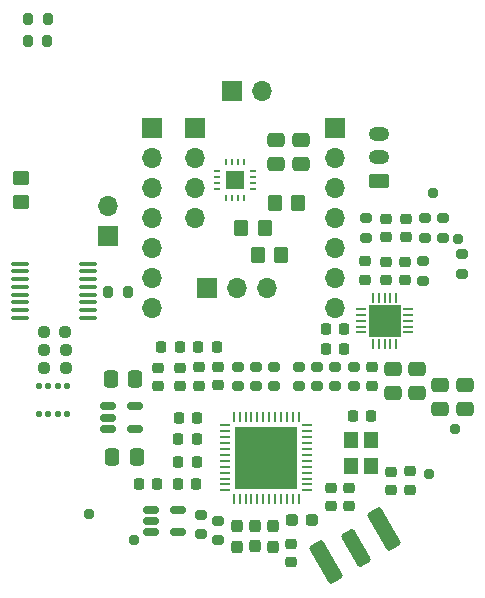
<source format=gbr>
%TF.GenerationSoftware,KiCad,Pcbnew,9.0.0*%
%TF.CreationDate,2025-06-04T20:21:36+02:00*%
%TF.ProjectId,SI4684,53493436-3834-42e6-9b69-6361645f7063,A*%
%TF.SameCoordinates,Original*%
%TF.FileFunction,Soldermask,Top*%
%TF.FilePolarity,Negative*%
%FSLAX46Y46*%
G04 Gerber Fmt 4.6, Leading zero omitted, Abs format (unit mm)*
G04 Created by KiCad (PCBNEW 9.0.0) date 2025-06-04 20:21:36*
%MOMM*%
%LPD*%
G01*
G04 APERTURE LIST*
G04 Aperture macros list*
%AMRoundRect*
0 Rectangle with rounded corners*
0 $1 Rounding radius*
0 $2 $3 $4 $5 $6 $7 $8 $9 X,Y pos of 4 corners*
0 Add a 4 corners polygon primitive as box body*
4,1,4,$2,$3,$4,$5,$6,$7,$8,$9,$2,$3,0*
0 Add four circle primitives for the rounded corners*
1,1,$1+$1,$2,$3*
1,1,$1+$1,$4,$5*
1,1,$1+$1,$6,$7*
1,1,$1+$1,$8,$9*
0 Add four rect primitives between the rounded corners*
20,1,$1+$1,$2,$3,$4,$5,0*
20,1,$1+$1,$4,$5,$6,$7,0*
20,1,$1+$1,$6,$7,$8,$9,0*
20,1,$1+$1,$8,$9,$2,$3,0*%
G04 Aperture macros list end*
%ADD10RoundRect,0.237500X-0.250000X-0.237500X0.250000X-0.237500X0.250000X0.237500X-0.250000X0.237500X0*%
%ADD11RoundRect,0.125000X-0.125000X-0.137500X0.125000X-0.137500X0.125000X0.137500X-0.125000X0.137500X0*%
%ADD12R,1.700000X1.700000*%
%ADD13O,1.700000X1.700000*%
%ADD14RoundRect,0.250000X0.450000X-0.350000X0.450000X0.350000X-0.450000X0.350000X-0.450000X-0.350000X0*%
%ADD15RoundRect,0.250000X0.350000X0.450000X-0.350000X0.450000X-0.350000X-0.450000X0.350000X-0.450000X0*%
%ADD16RoundRect,0.200000X0.275000X-0.200000X0.275000X0.200000X-0.275000X0.200000X-0.275000X-0.200000X0*%
%ADD17RoundRect,0.225000X-0.225000X-0.250000X0.225000X-0.250000X0.225000X0.250000X-0.225000X0.250000X0*%
%ADD18R,0.250000X0.600000*%
%ADD19R,0.600000X0.250000*%
%ADD20R,1.500000X1.500000*%
%ADD21RoundRect,0.237500X-0.237500X0.300000X-0.237500X-0.300000X0.237500X-0.300000X0.237500X0.300000X0*%
%ADD22RoundRect,0.200000X-0.200000X-0.275000X0.200000X-0.275000X0.200000X0.275000X-0.200000X0.275000X0*%
%ADD23RoundRect,0.250000X0.475000X-0.337500X0.475000X0.337500X-0.475000X0.337500X-0.475000X-0.337500X0*%
%ADD24R,1.200000X1.400000*%
%ADD25RoundRect,0.250000X-0.475000X0.337500X-0.475000X-0.337500X0.475000X-0.337500X0.475000X0.337500X0*%
%ADD26RoundRect,0.250000X0.337500X0.475000X-0.337500X0.475000X-0.337500X-0.475000X0.337500X-0.475000X0*%
%ADD27RoundRect,0.237500X0.237500X-0.287500X0.237500X0.287500X-0.237500X0.287500X-0.237500X-0.287500X0*%
%ADD28RoundRect,0.225000X0.250000X-0.225000X0.250000X0.225000X-0.250000X0.225000X-0.250000X-0.225000X0*%
%ADD29RoundRect,0.218750X-0.256250X0.218750X-0.256250X-0.218750X0.256250X-0.218750X0.256250X0.218750X0*%
%ADD30RoundRect,0.225000X0.225000X0.250000X-0.225000X0.250000X-0.225000X-0.250000X0.225000X-0.250000X0*%
%ADD31RoundRect,0.062500X0.062500X-0.337500X0.062500X0.337500X-0.062500X0.337500X-0.062500X-0.337500X0*%
%ADD32RoundRect,0.062500X0.337500X-0.062500X0.337500X0.062500X-0.337500X0.062500X-0.337500X-0.062500X0*%
%ADD33R,2.700000X2.700000*%
%ADD34RoundRect,0.225000X-0.250000X0.225000X-0.250000X-0.225000X0.250000X-0.225000X0.250000X0.225000X0*%
%ADD35RoundRect,0.250000X-0.337500X-0.475000X0.337500X-0.475000X0.337500X0.475000X-0.337500X0.475000X0*%
%ADD36RoundRect,0.150000X-0.512500X-0.150000X0.512500X-0.150000X0.512500X0.150000X-0.512500X0.150000X0*%
%ADD37RoundRect,0.200000X-0.275000X0.200000X-0.275000X-0.200000X0.275000X-0.200000X0.275000X0.200000X0*%
%ADD38R,5.300000X5.300000*%
%ADD39RoundRect,0.250000X0.341580X-1.361634X1.008420X-0.976634X-0.341580X1.361634X-1.008420X0.976634X0*%
%ADD40RoundRect,0.250000X0.431939X-1.598141X1.168061X-1.173141X-0.431939X1.598141X-1.168061X1.173141X0*%
%ADD41RoundRect,0.237500X-0.237500X0.287500X-0.237500X-0.287500X0.237500X-0.287500X0.237500X0.287500X0*%
%ADD42RoundRect,0.250000X0.625000X-0.350000X0.625000X0.350000X-0.625000X0.350000X-0.625000X-0.350000X0*%
%ADD43O,1.750000X1.200000*%
%ADD44RoundRect,0.237500X-0.287500X-0.237500X0.287500X-0.237500X0.287500X0.237500X-0.287500X0.237500X0*%
%ADD45RoundRect,0.200000X0.200000X0.275000X-0.200000X0.275000X-0.200000X-0.275000X0.200000X-0.275000X0*%
%ADD46RoundRect,0.100000X-0.637500X-0.100000X0.637500X-0.100000X0.637500X0.100000X-0.637500X0.100000X0*%
%ADD47C,0.950000*%
G04 APERTURE END LIST*
D10*
%TO.C,R32*%
X83037500Y-103380000D03*
X84862500Y-103380000D03*
%TD*%
%TO.C,R31*%
X83047500Y-101830000D03*
X84872500Y-101830000D03*
%TD*%
%TO.C,R30*%
X82997500Y-100290000D03*
X84822500Y-100290000D03*
%TD*%
D11*
%TO.C,U2*%
X82590000Y-104905000D03*
X83390000Y-104905000D03*
X84190000Y-104905000D03*
X84990000Y-104905000D03*
X84990000Y-107280000D03*
X84190000Y-107280000D03*
X83390000Y-107280000D03*
X82590000Y-107280000D03*
%TD*%
D12*
%TO.C,J2*%
X95850000Y-83040000D03*
D13*
X95850000Y-85580000D03*
X95850000Y-88120000D03*
X95850000Y-90660000D03*
%TD*%
D14*
%TO.C,R28*%
X81080000Y-89295000D03*
X81080000Y-87295000D03*
%TD*%
D13*
%TO.C,J1*%
X101870000Y-96640000D03*
X99330000Y-96640000D03*
D12*
X96790000Y-96640000D03*
%TD*%
D15*
%TO.C,R14*%
X103130000Y-93780000D03*
X101130000Y-93780000D03*
%TD*%
D16*
%TO.C,R13*%
X109240000Y-104905000D03*
X109240000Y-103255000D03*
%TD*%
D17*
%TO.C,C17*%
X109205000Y-107470000D03*
X110755000Y-107470000D03*
%TD*%
D18*
%TO.C,U7*%
X98462000Y-88972000D03*
X98961000Y-88972000D03*
X99462000Y-88972000D03*
X99961000Y-88972000D03*
D19*
X100710000Y-88220000D03*
X100710000Y-87720000D03*
X100710000Y-87220000D03*
X100710000Y-86720000D03*
D18*
X99960000Y-85972000D03*
X99460000Y-85972000D03*
X98960000Y-85972000D03*
X98462000Y-85972000D03*
D19*
X97710000Y-86720000D03*
X97710000Y-87220000D03*
X97710000Y-87720000D03*
X97710000Y-88220000D03*
D20*
X99210000Y-87472000D03*
%TD*%
D21*
%TO.C,C5*%
X100880000Y-116757500D03*
X100880000Y-118482500D03*
%TD*%
D22*
%TO.C,R16*%
X81700000Y-73860000D03*
X83350000Y-73860000D03*
%TD*%
D23*
%TO.C,C16*%
X104750000Y-86130000D03*
X104750000Y-84055000D03*
%TD*%
D24*
%TO.C,X1*%
X109020000Y-109480000D03*
X109020000Y-111680000D03*
X110720000Y-111680000D03*
X110720000Y-109480000D03*
%TD*%
D25*
%TO.C,C11*%
X118670000Y-104785000D03*
X118670000Y-106860000D03*
%TD*%
D16*
%TO.C,R5*%
X106140000Y-104915000D03*
X106140000Y-103265000D03*
%TD*%
D26*
%TO.C,C28*%
X90747500Y-104290000D03*
X88672500Y-104290000D03*
%TD*%
D27*
%TO.C,L1*%
X102400000Y-118485000D03*
X102400000Y-116735000D03*
%TD*%
D17*
%TO.C,C35*%
X92966400Y-101582356D03*
X94516400Y-101582356D03*
%TD*%
D28*
%TO.C,C19*%
X112010000Y-95925000D03*
X112010000Y-94375000D03*
%TD*%
D15*
%TO.C,R17*%
X104550000Y-89360000D03*
X102550000Y-89360000D03*
%TD*%
D25*
%TO.C,C8*%
X112540000Y-103452500D03*
X112540000Y-105527500D03*
%TD*%
D29*
%TO.C,L2*%
X113980000Y-112132500D03*
X113980000Y-113707500D03*
%TD*%
D16*
%TO.C,R10*%
X115110000Y-95985000D03*
X115110000Y-94335000D03*
%TD*%
%TO.C,R25*%
X97800000Y-117955000D03*
X97800000Y-116305000D03*
%TD*%
D17*
%TO.C,C26*%
X96085000Y-101590000D03*
X97635000Y-101590000D03*
%TD*%
D30*
%TO.C,C20*%
X108430000Y-100100000D03*
X106880000Y-100100000D03*
%TD*%
D16*
%TO.C,R11*%
X110305000Y-92326000D03*
X110305000Y-90676000D03*
%TD*%
D28*
%TO.C,C7*%
X108880000Y-115085000D03*
X108880000Y-113535000D03*
%TD*%
%TO.C,C29*%
X94541200Y-104935956D03*
X94541200Y-103385956D03*
%TD*%
%TO.C,C12*%
X107352100Y-115090856D03*
X107352100Y-113540856D03*
%TD*%
D31*
%TO.C,U5*%
X110860000Y-101310000D03*
X111360000Y-101310000D03*
X111860000Y-101310000D03*
X112360000Y-101310000D03*
X112860000Y-101310000D03*
D32*
X113810000Y-100360000D03*
X113810000Y-99860000D03*
X113810000Y-99360000D03*
X113810000Y-98860000D03*
X113810000Y-98360000D03*
D31*
X112860000Y-97410000D03*
X112360000Y-97410000D03*
X111860000Y-97410000D03*
X111360000Y-97410000D03*
X110860000Y-97410000D03*
D32*
X109910000Y-98360000D03*
X109910000Y-98860000D03*
X109910000Y-99360000D03*
X109910000Y-99860000D03*
X109910000Y-100360000D03*
D33*
X111860000Y-99360000D03*
%TD*%
D25*
%TO.C,C10*%
X116550000Y-104802500D03*
X116550000Y-106877500D03*
%TD*%
D34*
%TO.C,C3*%
X103930000Y-118265000D03*
X103930000Y-119815000D03*
%TD*%
D16*
%TO.C,R26*%
X96290000Y-117455000D03*
X96290000Y-115805000D03*
%TD*%
D30*
%TO.C,C40*%
X95963600Y-109405556D03*
X94413600Y-109405556D03*
%TD*%
D35*
%TO.C,C31*%
X88802500Y-110890000D03*
X90877500Y-110890000D03*
%TD*%
D16*
%TO.C,R12*%
X107700000Y-104904044D03*
X107700000Y-103254044D03*
%TD*%
D36*
%TO.C,U6*%
X88472500Y-106617500D03*
X88472500Y-107567500D03*
X88472500Y-108517500D03*
X90747500Y-108517500D03*
X90747500Y-106617500D03*
%TD*%
D16*
%TO.C,R8*%
X116845000Y-92325000D03*
X116845000Y-90675000D03*
%TD*%
D15*
%TO.C,R7*%
X101750000Y-91540000D03*
X99750000Y-91540000D03*
%TD*%
D30*
%TO.C,C41*%
X95963600Y-111335956D03*
X94413600Y-111335956D03*
%TD*%
D37*
%TO.C,R1*%
X118460000Y-93725000D03*
X118460000Y-95375000D03*
%TD*%
D25*
%TO.C,C9*%
X114580000Y-103452500D03*
X114580000Y-105527500D03*
%TD*%
D31*
%TO.C,U3*%
X99091600Y-114434756D03*
X99591600Y-114434756D03*
X100091600Y-114434756D03*
X100591600Y-114434756D03*
X101091600Y-114434756D03*
X101591600Y-114434756D03*
X102091600Y-114434756D03*
X102591600Y-114434756D03*
X103091600Y-114434756D03*
X103591600Y-114434756D03*
X104091600Y-114434756D03*
X104591600Y-114434756D03*
D32*
X105291600Y-113734756D03*
X105291600Y-113234756D03*
X105291600Y-112734756D03*
X105291600Y-112234756D03*
X105291600Y-111734756D03*
X105291600Y-111234756D03*
X105291600Y-110734756D03*
X105291600Y-110234756D03*
X105291600Y-109734756D03*
X105291600Y-109234756D03*
X105291600Y-108734756D03*
X105291600Y-108234756D03*
D31*
X104591600Y-107534756D03*
X104091600Y-107534756D03*
X103591600Y-107534756D03*
X103091600Y-107534756D03*
X102591600Y-107534756D03*
X102091600Y-107534756D03*
X101591600Y-107534756D03*
X101091600Y-107534756D03*
X100591600Y-107534756D03*
X100091600Y-107534756D03*
X99591600Y-107534756D03*
X99091600Y-107534756D03*
D32*
X98391600Y-108234756D03*
X98391600Y-108734756D03*
X98391600Y-109234756D03*
X98391600Y-109734756D03*
X98391600Y-110234756D03*
X98391600Y-110734756D03*
X98391600Y-111234756D03*
X98391600Y-111734756D03*
X98391600Y-112234756D03*
X98391600Y-112734756D03*
X98391600Y-113234756D03*
X98391600Y-113734756D03*
D38*
X101841600Y-110984756D03*
%TD*%
D28*
%TO.C,C15*%
X113560000Y-95925000D03*
X113560000Y-94375000D03*
%TD*%
D23*
%TO.C,C22*%
X102710000Y-86127500D03*
X102710000Y-84052500D03*
%TD*%
D39*
%TO.C,AE1*%
X109461523Y-118594006D03*
D40*
X106890000Y-119790000D03*
X111783044Y-116965001D03*
%TD*%
D30*
%TO.C,C38*%
X95976600Y-107576756D03*
X94426600Y-107576756D03*
%TD*%
D16*
%TO.C,R3*%
X102540000Y-104915000D03*
X102540000Y-103265000D03*
%TD*%
D41*
%TO.C,L3*%
X99340000Y-116745000D03*
X99340000Y-118495000D03*
%TD*%
D42*
%TO.C,J3*%
X111380000Y-87530000D03*
D43*
X111380000Y-85530000D03*
X111380000Y-83530000D03*
%TD*%
D28*
%TO.C,C6*%
X112440000Y-113685000D03*
X112440000Y-112135000D03*
%TD*%
D44*
%TO.C,L4*%
X103995000Y-116270000D03*
X105745000Y-116270000D03*
%TD*%
D16*
%TO.C,R2*%
X100980000Y-104915000D03*
X100980000Y-103265000D03*
%TD*%
D34*
%TO.C,C14*%
X110760000Y-103305000D03*
X110760000Y-104855000D03*
%TD*%
D17*
%TO.C,C4*%
X94384000Y-113190156D03*
X95934000Y-113190156D03*
%TD*%
D45*
%TO.C,R18*%
X83320000Y-75680000D03*
X81670000Y-75680000D03*
%TD*%
D12*
%TO.C,J8*%
X88460000Y-92170000D03*
D13*
X88460000Y-89630000D03*
%TD*%
D16*
%TO.C,R4*%
X104606000Y-104915000D03*
X104606000Y-103265000D03*
%TD*%
D28*
%TO.C,C21*%
X110230000Y-95895000D03*
X110230000Y-94345000D03*
%TD*%
%TO.C,C30*%
X92712400Y-104935956D03*
X92712400Y-103385956D03*
%TD*%
D46*
%TO.C,U4*%
X86745000Y-94550000D03*
X86745000Y-95200000D03*
X86745000Y-95850000D03*
X86745000Y-96500000D03*
X86745000Y-97150000D03*
X86745000Y-97800000D03*
X86745000Y-98450000D03*
X86745000Y-99100000D03*
X81020000Y-99100000D03*
X81020000Y-98450000D03*
X81020000Y-97800000D03*
X81020000Y-97150000D03*
X81020000Y-96500000D03*
X81020000Y-95850000D03*
X81020000Y-95200000D03*
X81020000Y-94550000D03*
%TD*%
D28*
%TO.C,C25*%
X96170000Y-104865000D03*
X96170000Y-103315000D03*
%TD*%
%TO.C,C23*%
X97740000Y-104845000D03*
X97740000Y-103295000D03*
%TD*%
D30*
%TO.C,C18*%
X108450000Y-101730000D03*
X106900000Y-101730000D03*
%TD*%
D34*
%TO.C,C34*%
X113665000Y-90731000D03*
X113665000Y-92281000D03*
%TD*%
D30*
%TO.C,C1*%
X92632000Y-113190156D03*
X91082000Y-113190156D03*
%TD*%
D45*
%TO.C,R15*%
X90125000Y-96930000D03*
X88475000Y-96930000D03*
%TD*%
D36*
%TO.C,U1*%
X92122000Y-115354156D03*
X92122000Y-116304156D03*
X92122000Y-117254156D03*
X94397000Y-117254156D03*
X94397000Y-115354156D03*
%TD*%
D34*
%TO.C,C39*%
X111995000Y-90726000D03*
X111995000Y-92276000D03*
%TD*%
D16*
%TO.C,R9*%
X115320000Y-92335000D03*
X115320000Y-90685000D03*
%TD*%
%TO.C,R6*%
X99420000Y-104905000D03*
X99420000Y-103255000D03*
%TD*%
D47*
%TO.C,SW4*%
X90635510Y-117956697D03*
X86824998Y-115756699D03*
%TD*%
%TO.C,SW5*%
X115987574Y-88546414D03*
X118053248Y-92431385D03*
%TD*%
%TO.C,SW6*%
X117864662Y-108497242D03*
X115664664Y-112307755D03*
%TD*%
D12*
%TO.C,J7*%
X98960000Y-79950000D03*
D13*
X101500000Y-79950000D03*
%TD*%
D12*
%TO.C,J6*%
X107649697Y-83050000D03*
D13*
X107649697Y-85590000D03*
X107649697Y-88130000D03*
X107649697Y-90670000D03*
X107649697Y-93210000D03*
X107649697Y-95750000D03*
X107649697Y-98290000D03*
%TD*%
D12*
%TO.C,J5*%
X92149697Y-83050000D03*
D13*
X92149697Y-85590000D03*
X92149697Y-88130000D03*
X92149697Y-90670000D03*
X92149697Y-93210000D03*
X92149697Y-95750000D03*
X92149697Y-98290000D03*
%TD*%
M02*

</source>
